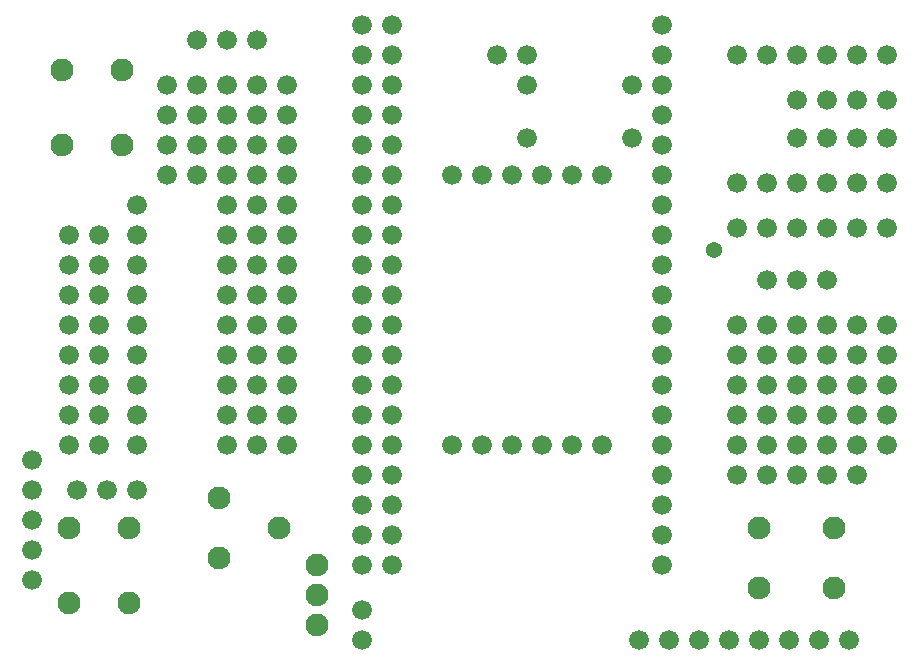
<source format=gbr>
%FSLAX35Y35*%
%MOIN*%
G04 EasyPC Gerber Version 18.0.8 Build 3632 *
%ADD93C,0.05400*%
%ADD26C,0.06600*%
%ADD90C,0.07600*%
X0Y0D02*
D02*
D26*
X15250Y37750D03*
Y47750D03*
Y57750D03*
Y67750D03*
Y77750D03*
X27750Y82750D03*
Y92750D03*
Y102750D03*
Y112750D03*
Y122750D03*
Y132750D03*
Y142750D03*
Y152750D03*
X30250Y67750D03*
X37750Y82750D03*
Y92750D03*
Y102750D03*
Y112750D03*
Y122750D03*
Y132750D03*
Y142750D03*
Y152750D03*
X40250Y67750D03*
X50250D03*
Y82750D03*
Y92750D03*
Y102750D03*
Y112750D03*
Y122750D03*
Y132750D03*
Y142750D03*
Y152750D03*
Y162750D03*
X60250Y172750D03*
Y182750D03*
Y192750D03*
Y202750D03*
X70250Y172750D03*
Y182750D03*
Y192750D03*
Y202750D03*
Y217750D03*
X80250Y82750D03*
Y92750D03*
Y102750D03*
Y112750D03*
Y122750D03*
Y132750D03*
Y142750D03*
Y152750D03*
Y162750D03*
Y172750D03*
Y182750D03*
Y192750D03*
Y202750D03*
Y217750D03*
X90250Y82750D03*
Y92750D03*
Y102750D03*
Y112750D03*
Y122750D03*
Y132750D03*
Y142750D03*
Y152750D03*
Y162750D03*
Y172750D03*
Y182750D03*
Y192750D03*
Y202750D03*
Y217750D03*
X100250Y82750D03*
Y92750D03*
Y102750D03*
Y112750D03*
Y122750D03*
Y132750D03*
Y142750D03*
Y152750D03*
Y162750D03*
Y172750D03*
Y182750D03*
Y192750D03*
Y202750D03*
X125250Y17750D03*
Y27750D03*
Y42750D03*
Y52750D03*
Y62750D03*
Y72750D03*
Y82750D03*
Y92750D03*
Y102750D03*
Y112750D03*
Y122750D03*
Y132750D03*
Y142750D03*
Y152750D03*
Y162750D03*
Y172750D03*
Y182750D03*
Y192750D03*
Y202750D03*
Y212750D03*
Y222750D03*
X135250Y42750D03*
Y52750D03*
Y62750D03*
Y72750D03*
Y82750D03*
Y92750D03*
Y102750D03*
Y112750D03*
Y122750D03*
Y132750D03*
Y142750D03*
Y152750D03*
Y162750D03*
Y172750D03*
Y182750D03*
Y192750D03*
Y202750D03*
Y212750D03*
Y222750D03*
X155250Y82750D03*
Y172750D03*
X165250Y82750D03*
Y172750D03*
X170250Y212750D03*
X175250Y82750D03*
Y172750D03*
X180250Y185250D03*
Y202750D03*
Y212750D03*
X185250Y82750D03*
Y172750D03*
X195250Y82750D03*
Y172750D03*
X205250Y82750D03*
Y172750D03*
X215250Y185250D03*
Y202750D03*
X217750Y17750D03*
X225250Y42750D03*
Y52750D03*
Y62750D03*
Y72750D03*
Y82750D03*
Y92750D03*
Y102750D03*
Y112750D03*
Y122750D03*
Y132750D03*
Y142750D03*
Y152750D03*
Y162750D03*
Y172750D03*
Y182750D03*
Y192750D03*
Y202750D03*
Y212750D03*
Y222750D03*
X227750Y17750D03*
X237750D03*
X247750D03*
X250250Y72750D03*
Y82750D03*
Y92750D03*
Y102750D03*
Y112750D03*
Y122750D03*
Y155250D03*
Y170250D03*
Y212750D03*
X257750Y17750D03*
X260250Y72750D03*
Y82750D03*
Y92750D03*
Y102750D03*
Y112750D03*
Y122750D03*
Y137750D03*
Y155250D03*
Y170250D03*
Y212750D03*
X267750Y17750D03*
X270250Y72750D03*
Y82750D03*
Y92750D03*
Y102750D03*
Y112750D03*
Y122750D03*
Y137750D03*
Y155250D03*
Y170250D03*
Y185250D03*
Y197750D03*
Y212750D03*
X277750Y17750D03*
X280250Y72750D03*
Y82750D03*
Y92750D03*
Y102750D03*
Y112750D03*
Y122750D03*
Y137750D03*
Y155250D03*
Y170250D03*
Y185250D03*
Y197750D03*
Y212750D03*
X287750Y17750D03*
X290250Y72750D03*
Y82750D03*
Y92750D03*
Y102750D03*
Y112750D03*
Y122750D03*
Y155250D03*
Y170250D03*
Y185250D03*
Y197750D03*
Y212750D03*
X300250Y82750D03*
Y92750D03*
Y102750D03*
Y112750D03*
Y122750D03*
Y155250D03*
Y170250D03*
Y185250D03*
Y197750D03*
Y212750D03*
D02*
D90*
X25250Y182750D03*
Y207750D03*
X27750Y30250D03*
Y55250D03*
X45250Y182750D03*
Y207750D03*
X47750Y30250D03*
Y55250D03*
X77750Y45250D03*
Y65250D03*
X97750Y55250D03*
X110250Y22750D03*
Y32750D03*
Y42750D03*
X257750Y35250D03*
Y55250D03*
X282750Y35250D03*
Y55250D03*
D02*
D93*
X242750Y147750D03*
X0Y0D02*
M02*

</source>
